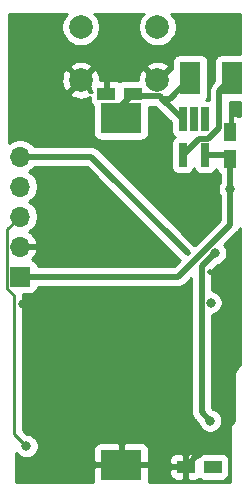
<source format=gbr>
G04 #@! TF.GenerationSoftware,KiCad,Pcbnew,(5.1.9)-1*
G04 #@! TF.CreationDate,2021-03-01T14:21:52+01:00*
G04 #@! TF.ProjectId,button_v1.2.2_Coin_Cell,62757474-6f6e-45f7-9631-2e322e325f43,rev?*
G04 #@! TF.SameCoordinates,Original*
G04 #@! TF.FileFunction,Copper,L2,Bot*
G04 #@! TF.FilePolarity,Positive*
%FSLAX46Y46*%
G04 Gerber Fmt 4.6, Leading zero omitted, Abs format (unit mm)*
G04 Created by KiCad (PCBNEW (5.1.9)-1) date 2021-03-01 14:21:52*
%MOMM*%
%LPD*%
G01*
G04 APERTURE LIST*
G04 #@! TA.AperFunction,SMDPad,CuDef*
%ADD10R,1.500000X1.100000*%
G04 #@! TD*
G04 #@! TA.AperFunction,SMDPad,CuDef*
%ADD11R,1.100000X1.500000*%
G04 #@! TD*
G04 #@! TA.AperFunction,SMDPad,CuDef*
%ADD12R,0.650000X2.000000*%
G04 #@! TD*
G04 #@! TA.AperFunction,SMDPad,CuDef*
%ADD13C,0.150000*%
G04 #@! TD*
G04 #@! TA.AperFunction,ComponentPad*
%ADD14C,2.000000*%
G04 #@! TD*
G04 #@! TA.AperFunction,ComponentPad*
%ADD15O,1.700000X1.700000*%
G04 #@! TD*
G04 #@! TA.AperFunction,ComponentPad*
%ADD16R,1.700000X1.700000*%
G04 #@! TD*
G04 #@! TA.AperFunction,SMDPad,CuDef*
%ADD17R,3.510000X2.540000*%
G04 #@! TD*
G04 #@! TA.AperFunction,SMDPad,CuDef*
%ADD18R,1.778000X2.794000*%
G04 #@! TD*
G04 #@! TA.AperFunction,ViaPad*
%ADD19C,0.800000*%
G04 #@! TD*
G04 #@! TA.AperFunction,ViaPad*
%ADD20C,0.500000*%
G04 #@! TD*
G04 #@! TA.AperFunction,Conductor*
%ADD21C,0.500000*%
G04 #@! TD*
G04 #@! TA.AperFunction,Conductor*
%ADD22C,0.250000*%
G04 #@! TD*
G04 #@! TA.AperFunction,Conductor*
%ADD23C,0.254000*%
G04 #@! TD*
G04 #@! TA.AperFunction,Conductor*
%ADD24C,0.150000*%
G04 #@! TD*
G04 APERTURE END LIST*
D10*
G04 #@! TO.P,C1,2*
G04 #@! TO.N,Net-(BT1-Pad1)*
X126820000Y-62010000D03*
G04 #@! TO.P,C1,1*
G04 #@! TO.N,/GND*
X124520000Y-62010000D03*
G04 #@! TD*
D11*
G04 #@! TO.P,C3,2*
G04 #@! TO.N,/GND*
X135000000Y-65250000D03*
G04 #@! TO.P,C3,1*
G04 #@! TO.N,/VCC*
X135000000Y-67550000D03*
G04 #@! TD*
D10*
G04 #@! TO.P,C2,2*
G04 #@! TO.N,/RST*
X133534800Y-93599000D03*
G04 #@! TO.P,C2,1*
G04 #@! TO.N,/GND*
X131234800Y-93599000D03*
G04 #@! TD*
D12*
G04 #@! TO.P,U1,5*
G04 #@! TO.N,Net-(L1-Pad2)*
X130980000Y-67220000D03*
G04 #@! TO.P,U1,4*
G04 #@! TO.N,/VCC*
X132880000Y-67220000D03*
G04 #@! TO.P,U1,3*
G04 #@! TO.N,Net-(R7-Pad2)*
X132880000Y-64170000D03*
G04 #@! TA.AperFunction,SMDPad,CuDef*
D13*
G04 #@! TO.P,U1,2*
G04 #@! TO.N,/GND*
G36*
X131605000Y-63170000D02*
G01*
X132255000Y-63170000D01*
X132255000Y-65170000D01*
X131605000Y-65170000D01*
X131605000Y-63170000D01*
G37*
G04 #@! TD.AperFunction*
D12*
G04 #@! TO.P,U1,1*
G04 #@! TO.N,Net-(BT1-Pad1)*
X130980000Y-64170000D03*
G04 #@! TD*
D14*
G04 #@! TO.P,SW1,1*
G04 #@! TO.N,/RST*
X128850000Y-56380000D03*
G04 #@! TO.P,SW1,2*
G04 #@! TO.N,/GND*
X128850000Y-60880000D03*
G04 #@! TO.P,SW1,1*
G04 #@! TO.N,/RST*
X122350000Y-56380000D03*
G04 #@! TO.P,SW1,2*
G04 #@! TO.N,/GND*
X122350000Y-60880000D03*
G04 #@! TD*
D15*
G04 #@! TO.P,J1,5*
G04 #@! TO.N,/RST*
X117220000Y-67340000D03*
G04 #@! TO.P,J1,4*
G04 #@! TO.N,/TX*
X117220000Y-69880000D03*
G04 #@! TO.P,J1,3*
G04 #@! TO.N,/RX*
X117220000Y-72420000D03*
G04 #@! TO.P,J1,2*
G04 #@! TO.N,/GND*
X117220000Y-74960000D03*
D16*
G04 #@! TO.P,J1,1*
G04 #@! TO.N,/VCC*
X117220000Y-77500000D03*
G04 #@! TD*
D17*
G04 #@! TO.P,BT1,2*
G04 #@! TO.N,/GND*
X125780800Y-93444200D03*
G04 #@! TO.P,BT1,1*
G04 #@! TO.N,Net-(BT1-Pad1)*
X125780800Y-64084200D03*
G04 #@! TD*
D18*
G04 #@! TO.P,L1,1*
G04 #@! TO.N,Net-(BT1-Pad1)*
X131632000Y-60690000D03*
G04 #@! TO.P,L1,2*
G04 #@! TO.N,Net-(L1-Pad2)*
X135188000Y-60690000D03*
G04 #@! TD*
D19*
G04 #@! TO.N,/VCC*
X135000000Y-70100000D03*
X133350010Y-79709210D03*
D20*
G04 #@! TO.N,/GND*
X134200000Y-77100000D03*
D19*
X123500000Y-73100000D03*
X118600000Y-79700000D03*
X117500000Y-79800000D03*
X120200000Y-71100000D03*
X124900000Y-94000000D03*
X126800000Y-94000000D03*
X126700000Y-92700000D03*
X124700000Y-92800000D03*
D20*
X131700000Y-70700000D03*
X131800000Y-69700000D03*
X135100000Y-65300000D03*
X131900000Y-64300000D03*
X125200000Y-70700000D03*
X133300000Y-77100000D03*
X130100000Y-76500000D03*
D19*
G04 #@! TO.N,/RST*
X133300000Y-93700000D03*
D20*
X131400000Y-75500000D03*
D19*
G04 #@! TO.N,/RX*
X117750000Y-91850000D03*
G04 #@! TO.N,/EN*
X133700000Y-75500000D03*
X133300000Y-89700000D03*
G04 #@! TO.N,Net-(BT1-Pad1)*
X126800000Y-64600000D03*
X126700000Y-63400000D03*
X124700000Y-63400000D03*
X124600000Y-64700000D03*
D20*
G04 #@! TO.N,Net-(R7-Pad2)*
X132900000Y-64300000D03*
G04 #@! TD*
D21*
G04 #@! TO.N,/VCC*
X134670000Y-67220000D02*
X135000000Y-67550000D01*
X132880000Y-67220000D02*
X134670000Y-67220000D01*
X135000000Y-67550000D02*
X135000000Y-69500000D01*
X135000000Y-69500000D02*
X135000000Y-70100000D01*
X135000000Y-70100000D02*
X135000000Y-70100000D01*
X117220000Y-77500000D02*
X130600000Y-77500000D01*
X135000000Y-73100000D02*
X135000000Y-70100000D01*
X130600000Y-77500000D02*
X135000000Y-73100000D01*
G04 #@! TO.N,/GND*
X125200000Y-71400000D02*
X123500000Y-73100000D01*
X125200000Y-70700000D02*
X125200000Y-71400000D01*
X123500000Y-73100000D02*
X126400000Y-73100000D01*
X126400000Y-73100000D02*
X129800000Y-76500000D01*
X132134801Y-92698999D02*
X132301001Y-92698999D01*
X131234800Y-93599000D02*
X132134801Y-92698999D01*
X135235990Y-78135990D02*
X134200000Y-77100000D01*
X135235990Y-89764010D02*
X135235990Y-78135990D01*
X132301001Y-92698999D02*
X135235990Y-89764010D01*
X129800000Y-76500000D02*
X130100000Y-76500000D01*
X130100000Y-76500000D02*
X130100000Y-76500000D01*
G04 #@! TO.N,/RST*
X117220000Y-67340000D02*
X123240000Y-67340000D01*
X123240000Y-67340000D02*
X131400000Y-75500000D01*
X131400000Y-75500000D02*
X131400000Y-75500000D01*
D22*
G04 #@! TO.N,/RX*
X116144999Y-78530001D02*
X116700000Y-79085002D01*
X116144999Y-73495001D02*
X116144999Y-78530001D01*
X117220000Y-72420000D02*
X116144999Y-73495001D01*
X116700000Y-79085002D02*
X116700000Y-90800000D01*
X116700000Y-90800000D02*
X117750000Y-91850000D01*
X117750000Y-91850000D02*
X117800000Y-91900000D01*
D21*
G04 #@! TO.N,/EN*
X133700000Y-75500000D02*
X132600000Y-76600000D01*
X132600000Y-76600000D02*
X132600000Y-89000000D01*
X132600000Y-89000000D02*
X133300000Y-89700000D01*
X133300000Y-89700000D02*
X133300000Y-89700000D01*
G04 #@! TO.N,Net-(BT1-Pad1)*
X125780800Y-63049200D02*
X126820000Y-62010000D01*
X125780800Y-64084200D02*
X125780800Y-63049200D01*
X127040001Y-62230001D02*
X129040001Y-62230001D01*
X126820000Y-62010000D02*
X127040001Y-62230001D01*
X129877000Y-62445000D02*
X131632000Y-60690000D01*
X129255000Y-62445000D02*
X129877000Y-62445000D01*
X129040001Y-62230001D02*
X129255000Y-62445000D01*
X129255000Y-62445000D02*
X130980000Y-64170000D01*
G04 #@! TO.N,Net-(L1-Pad2)*
X132330001Y-65869999D02*
X130980000Y-67220000D01*
X133135003Y-65869999D02*
X132330001Y-65869999D01*
X134099999Y-64905003D02*
X133135003Y-65869999D01*
X134099999Y-61778001D02*
X134099999Y-64905003D01*
X135188000Y-60690000D02*
X134099999Y-61778001D01*
G04 #@! TD*
D23*
G04 #@! TO.N,/GND*
X131107798Y-94742000D02*
X130991050Y-94742000D01*
X131107798Y-94625252D01*
X131107798Y-94742000D01*
G04 #@! TA.AperFunction,Conductor*
D24*
G36*
X131107798Y-94742000D02*
G01*
X130991050Y-94742000D01*
X131107798Y-94625252D01*
X131107798Y-94742000D01*
G37*
G04 #@! TD.AperFunction*
D23*
X131953000Y-92411138D02*
X131520550Y-92414000D01*
X131361800Y-92572750D01*
X131361800Y-93472000D01*
X131381800Y-93472000D01*
X131381800Y-93726000D01*
X131361800Y-93726000D01*
X131361800Y-93746000D01*
X131107800Y-93746000D01*
X131107800Y-93726000D01*
X130008550Y-93726000D01*
X129849800Y-93884750D01*
X129846728Y-94149000D01*
X129858988Y-94273482D01*
X129895298Y-94393180D01*
X129954263Y-94503494D01*
X130033615Y-94600185D01*
X130130306Y-94679537D01*
X130240620Y-94738502D01*
X130252151Y-94742000D01*
X128171134Y-94742000D01*
X128173872Y-94714200D01*
X128170800Y-93729950D01*
X128012050Y-93571200D01*
X125907800Y-93571200D01*
X125907800Y-93591200D01*
X125653800Y-93591200D01*
X125653800Y-93571200D01*
X125633800Y-93571200D01*
X125633800Y-93317200D01*
X125653800Y-93317200D01*
X125653800Y-93297200D01*
X125907800Y-93297200D01*
X125907800Y-93317200D01*
X128012050Y-93317200D01*
X128170800Y-93158450D01*
X128171141Y-93049000D01*
X129846728Y-93049000D01*
X129849800Y-93313250D01*
X130008550Y-93472000D01*
X131107800Y-93472000D01*
X131107800Y-92572750D01*
X130949050Y-92414000D01*
X130484800Y-92410928D01*
X130360318Y-92423188D01*
X130240620Y-92459498D01*
X130130306Y-92518463D01*
X130033615Y-92597815D01*
X129954263Y-92694506D01*
X129895298Y-92804820D01*
X129858988Y-92924518D01*
X129846728Y-93049000D01*
X128171141Y-93049000D01*
X128173785Y-92202000D01*
X131953000Y-92202000D01*
X131953000Y-92411138D01*
G04 #@! TA.AperFunction,Conductor*
D24*
G36*
X131953000Y-92411138D02*
G01*
X131520550Y-92414000D01*
X131361800Y-92572750D01*
X131361800Y-93472000D01*
X131381800Y-93472000D01*
X131381800Y-93726000D01*
X131361800Y-93726000D01*
X131361800Y-93746000D01*
X131107800Y-93746000D01*
X131107800Y-93726000D01*
X130008550Y-93726000D01*
X129849800Y-93884750D01*
X129846728Y-94149000D01*
X129858988Y-94273482D01*
X129895298Y-94393180D01*
X129954263Y-94503494D01*
X130033615Y-94600185D01*
X130130306Y-94679537D01*
X130240620Y-94738502D01*
X130252151Y-94742000D01*
X128171134Y-94742000D01*
X128173872Y-94714200D01*
X128170800Y-93729950D01*
X128012050Y-93571200D01*
X125907800Y-93571200D01*
X125907800Y-93591200D01*
X125653800Y-93591200D01*
X125653800Y-93571200D01*
X125633800Y-93571200D01*
X125633800Y-93317200D01*
X125653800Y-93317200D01*
X125653800Y-93297200D01*
X125907800Y-93297200D01*
X125907800Y-93317200D01*
X128012050Y-93317200D01*
X128170800Y-93158450D01*
X128171141Y-93049000D01*
X129846728Y-93049000D01*
X129849800Y-93313250D01*
X130008550Y-93472000D01*
X131107800Y-93472000D01*
X131107800Y-92572750D01*
X130949050Y-92414000D01*
X130484800Y-92410928D01*
X130360318Y-92423188D01*
X130240620Y-92459498D01*
X130130306Y-92518463D01*
X130033615Y-92597815D01*
X129954263Y-92694506D01*
X129895298Y-92804820D01*
X129858988Y-92924518D01*
X129846728Y-93049000D01*
X128171141Y-93049000D01*
X128173785Y-92202000D01*
X131953000Y-92202000D01*
X131953000Y-92411138D01*
G37*
G04 #@! TD.AperFunction*
D23*
X131478550Y-94742000D02*
X131361802Y-94742000D01*
X131361802Y-94625252D01*
X131478550Y-94742000D01*
G04 #@! TA.AperFunction,Conductor*
D24*
G36*
X131478550Y-94742000D02*
G01*
X131361802Y-94742000D01*
X131361802Y-94625252D01*
X131478550Y-94742000D01*
G37*
G04 #@! TD.AperFunction*
G04 #@! TD*
D23*
G04 #@! TO.N,/GND*
X135840001Y-78071344D02*
X135840000Y-78071354D01*
X135840001Y-80611344D01*
X135840000Y-80611354D01*
X135840001Y-84917666D01*
X135200464Y-85831291D01*
X135149289Y-85873290D01*
X135063688Y-85977594D01*
X135000081Y-86096595D01*
X134960912Y-86225718D01*
X134951000Y-86326354D01*
X134951001Y-94873000D01*
X128151202Y-94873000D01*
X128161612Y-94838682D01*
X128173872Y-94714200D01*
X128172108Y-94149000D01*
X129846728Y-94149000D01*
X129858988Y-94273482D01*
X129895298Y-94393180D01*
X129954263Y-94503494D01*
X130033615Y-94600185D01*
X130130306Y-94679537D01*
X130240620Y-94738502D01*
X130360318Y-94774812D01*
X130484800Y-94787072D01*
X130949050Y-94784000D01*
X131107800Y-94625250D01*
X131107800Y-93726000D01*
X130008550Y-93726000D01*
X129849800Y-93884750D01*
X129846728Y-94149000D01*
X128172108Y-94149000D01*
X128170800Y-93729950D01*
X128012050Y-93571200D01*
X125907800Y-93571200D01*
X125907800Y-93591200D01*
X125653800Y-93591200D01*
X125653800Y-93571200D01*
X123549550Y-93571200D01*
X123390800Y-93729950D01*
X123387728Y-94714200D01*
X123399988Y-94838682D01*
X123410398Y-94873000D01*
X116890000Y-94873000D01*
X116890000Y-92425870D01*
X116946063Y-92509774D01*
X117090226Y-92653937D01*
X117259744Y-92767205D01*
X117448102Y-92845226D01*
X117648061Y-92885000D01*
X117851939Y-92885000D01*
X118051898Y-92845226D01*
X118240256Y-92767205D01*
X118409774Y-92653937D01*
X118553937Y-92509774D01*
X118667205Y-92340256D01*
X118735988Y-92174200D01*
X123387728Y-92174200D01*
X123390800Y-93158450D01*
X123549550Y-93317200D01*
X125653800Y-93317200D01*
X125653800Y-91697950D01*
X125907800Y-91697950D01*
X125907800Y-93317200D01*
X128012050Y-93317200D01*
X128170800Y-93158450D01*
X128171141Y-93049000D01*
X129846728Y-93049000D01*
X129849800Y-93313250D01*
X130008550Y-93472000D01*
X131107800Y-93472000D01*
X131107800Y-92572750D01*
X131361800Y-92572750D01*
X131361800Y-93472000D01*
X131381800Y-93472000D01*
X131381800Y-93726000D01*
X131361800Y-93726000D01*
X131361800Y-94625250D01*
X131520550Y-94784000D01*
X131984800Y-94787072D01*
X132109282Y-94774812D01*
X132228980Y-94738502D01*
X132339294Y-94679537D01*
X132384800Y-94642191D01*
X132430306Y-94679537D01*
X132540620Y-94738502D01*
X132660318Y-94774812D01*
X132784800Y-94787072D01*
X134284800Y-94787072D01*
X134409282Y-94774812D01*
X134528980Y-94738502D01*
X134639294Y-94679537D01*
X134735985Y-94600185D01*
X134815337Y-94503494D01*
X134874302Y-94393180D01*
X134910612Y-94273482D01*
X134922872Y-94149000D01*
X134922872Y-93049000D01*
X134910612Y-92924518D01*
X134874302Y-92804820D01*
X134815337Y-92694506D01*
X134735985Y-92597815D01*
X134639294Y-92518463D01*
X134528980Y-92459498D01*
X134409282Y-92423188D01*
X134284800Y-92410928D01*
X132784800Y-92410928D01*
X132660318Y-92423188D01*
X132540620Y-92459498D01*
X132430306Y-92518463D01*
X132384800Y-92555809D01*
X132339294Y-92518463D01*
X132228980Y-92459498D01*
X132109282Y-92423188D01*
X131984800Y-92410928D01*
X131520550Y-92414000D01*
X131361800Y-92572750D01*
X131107800Y-92572750D01*
X130949050Y-92414000D01*
X130484800Y-92410928D01*
X130360318Y-92423188D01*
X130240620Y-92459498D01*
X130130306Y-92518463D01*
X130033615Y-92597815D01*
X129954263Y-92694506D01*
X129895298Y-92804820D01*
X129858988Y-92924518D01*
X129846728Y-93049000D01*
X128171141Y-93049000D01*
X128173872Y-92174200D01*
X128161612Y-92049718D01*
X128125302Y-91930020D01*
X128066337Y-91819706D01*
X127986985Y-91723015D01*
X127890294Y-91643663D01*
X127779980Y-91584698D01*
X127660282Y-91548388D01*
X127535800Y-91536128D01*
X126066550Y-91539200D01*
X125907800Y-91697950D01*
X125653800Y-91697950D01*
X125495050Y-91539200D01*
X124025800Y-91536128D01*
X123901318Y-91548388D01*
X123781620Y-91584698D01*
X123671306Y-91643663D01*
X123574615Y-91723015D01*
X123495263Y-91819706D01*
X123436298Y-91930020D01*
X123399988Y-92049718D01*
X123387728Y-92174200D01*
X118735988Y-92174200D01*
X118745226Y-92151898D01*
X118785000Y-91951939D01*
X118785000Y-91748061D01*
X118745226Y-91548102D01*
X118667205Y-91359744D01*
X118553937Y-91190226D01*
X118409774Y-91046063D01*
X118240256Y-90932795D01*
X118051898Y-90854774D01*
X117851939Y-90815000D01*
X117789802Y-90815000D01*
X117460000Y-90485199D01*
X117460000Y-79122325D01*
X117463676Y-79085002D01*
X117460000Y-79047679D01*
X117460000Y-79047669D01*
X117454130Y-78988072D01*
X118070000Y-78988072D01*
X118194482Y-78975812D01*
X118314180Y-78939502D01*
X118424494Y-78880537D01*
X118521185Y-78801185D01*
X118600537Y-78704494D01*
X118659502Y-78594180D01*
X118695812Y-78474482D01*
X118704625Y-78385000D01*
X130556531Y-78385000D01*
X130600000Y-78389281D01*
X130643469Y-78385000D01*
X130643477Y-78385000D01*
X130773490Y-78372195D01*
X130940313Y-78321589D01*
X131094059Y-78239411D01*
X131228817Y-78128817D01*
X131256534Y-78095044D01*
X131715000Y-77636578D01*
X131715001Y-88956521D01*
X131710719Y-89000000D01*
X131727805Y-89173490D01*
X131778412Y-89340313D01*
X131860590Y-89494059D01*
X131943468Y-89595046D01*
X131943471Y-89595049D01*
X131971184Y-89628817D01*
X132004951Y-89656529D01*
X132293465Y-89945043D01*
X132304774Y-90001898D01*
X132382795Y-90190256D01*
X132496063Y-90359774D01*
X132640226Y-90503937D01*
X132809744Y-90617205D01*
X132998102Y-90695226D01*
X133198061Y-90735000D01*
X133401939Y-90735000D01*
X133601898Y-90695226D01*
X133790256Y-90617205D01*
X133959774Y-90503937D01*
X134103937Y-90359774D01*
X134217205Y-90190256D01*
X134295226Y-90001898D01*
X134335000Y-89801939D01*
X134335000Y-89598061D01*
X134295226Y-89398102D01*
X134217205Y-89209744D01*
X134103937Y-89040226D01*
X133959774Y-88896063D01*
X133790256Y-88782795D01*
X133601898Y-88704774D01*
X133545043Y-88693465D01*
X133485000Y-88633422D01*
X133485000Y-80737636D01*
X133651908Y-80704436D01*
X133840266Y-80626415D01*
X134009784Y-80513147D01*
X134153947Y-80368984D01*
X134267215Y-80199466D01*
X134345236Y-80011108D01*
X134385010Y-79811149D01*
X134385010Y-79607271D01*
X134345236Y-79407312D01*
X134267215Y-79218954D01*
X134153947Y-79049436D01*
X134009784Y-78905273D01*
X133840266Y-78792005D01*
X133651908Y-78713984D01*
X133485000Y-78680784D01*
X133485000Y-76966578D01*
X133945044Y-76506535D01*
X134001898Y-76495226D01*
X134190256Y-76417205D01*
X134359774Y-76303937D01*
X134503937Y-76159774D01*
X134617205Y-75990256D01*
X134695226Y-75801898D01*
X134735000Y-75601939D01*
X134735000Y-75398061D01*
X134695226Y-75198102D01*
X134617205Y-75009744D01*
X134506907Y-74844671D01*
X135595050Y-73756528D01*
X135628817Y-73728817D01*
X135739411Y-73594059D01*
X135792358Y-73495001D01*
X135821589Y-73440314D01*
X135840001Y-73379619D01*
X135840001Y-78071344D01*
G04 #@! TA.AperFunction,Conductor*
D24*
G36*
X135840001Y-78071344D02*
G01*
X135840000Y-78071354D01*
X135840001Y-80611344D01*
X135840000Y-80611354D01*
X135840001Y-84917666D01*
X135200464Y-85831291D01*
X135149289Y-85873290D01*
X135063688Y-85977594D01*
X135000081Y-86096595D01*
X134960912Y-86225718D01*
X134951000Y-86326354D01*
X134951001Y-94873000D01*
X128151202Y-94873000D01*
X128161612Y-94838682D01*
X128173872Y-94714200D01*
X128172108Y-94149000D01*
X129846728Y-94149000D01*
X129858988Y-94273482D01*
X129895298Y-94393180D01*
X129954263Y-94503494D01*
X130033615Y-94600185D01*
X130130306Y-94679537D01*
X130240620Y-94738502D01*
X130360318Y-94774812D01*
X130484800Y-94787072D01*
X130949050Y-94784000D01*
X131107800Y-94625250D01*
X131107800Y-93726000D01*
X130008550Y-93726000D01*
X129849800Y-93884750D01*
X129846728Y-94149000D01*
X128172108Y-94149000D01*
X128170800Y-93729950D01*
X128012050Y-93571200D01*
X125907800Y-93571200D01*
X125907800Y-93591200D01*
X125653800Y-93591200D01*
X125653800Y-93571200D01*
X123549550Y-93571200D01*
X123390800Y-93729950D01*
X123387728Y-94714200D01*
X123399988Y-94838682D01*
X123410398Y-94873000D01*
X116890000Y-94873000D01*
X116890000Y-92425870D01*
X116946063Y-92509774D01*
X117090226Y-92653937D01*
X117259744Y-92767205D01*
X117448102Y-92845226D01*
X117648061Y-92885000D01*
X117851939Y-92885000D01*
X118051898Y-92845226D01*
X118240256Y-92767205D01*
X118409774Y-92653937D01*
X118553937Y-92509774D01*
X118667205Y-92340256D01*
X118735988Y-92174200D01*
X123387728Y-92174200D01*
X123390800Y-93158450D01*
X123549550Y-93317200D01*
X125653800Y-93317200D01*
X125653800Y-91697950D01*
X125907800Y-91697950D01*
X125907800Y-93317200D01*
X128012050Y-93317200D01*
X128170800Y-93158450D01*
X128171141Y-93049000D01*
X129846728Y-93049000D01*
X129849800Y-93313250D01*
X130008550Y-93472000D01*
X131107800Y-93472000D01*
X131107800Y-92572750D01*
X131361800Y-92572750D01*
X131361800Y-93472000D01*
X131381800Y-93472000D01*
X131381800Y-93726000D01*
X131361800Y-93726000D01*
X131361800Y-94625250D01*
X131520550Y-94784000D01*
X131984800Y-94787072D01*
X132109282Y-94774812D01*
X132228980Y-94738502D01*
X132339294Y-94679537D01*
X132384800Y-94642191D01*
X132430306Y-94679537D01*
X132540620Y-94738502D01*
X132660318Y-94774812D01*
X132784800Y-94787072D01*
X134284800Y-94787072D01*
X134409282Y-94774812D01*
X134528980Y-94738502D01*
X134639294Y-94679537D01*
X134735985Y-94600185D01*
X134815337Y-94503494D01*
X134874302Y-94393180D01*
X134910612Y-94273482D01*
X134922872Y-94149000D01*
X134922872Y-93049000D01*
X134910612Y-92924518D01*
X134874302Y-92804820D01*
X134815337Y-92694506D01*
X134735985Y-92597815D01*
X134639294Y-92518463D01*
X134528980Y-92459498D01*
X134409282Y-92423188D01*
X134284800Y-92410928D01*
X132784800Y-92410928D01*
X132660318Y-92423188D01*
X132540620Y-92459498D01*
X132430306Y-92518463D01*
X132384800Y-92555809D01*
X132339294Y-92518463D01*
X132228980Y-92459498D01*
X132109282Y-92423188D01*
X131984800Y-92410928D01*
X131520550Y-92414000D01*
X131361800Y-92572750D01*
X131107800Y-92572750D01*
X130949050Y-92414000D01*
X130484800Y-92410928D01*
X130360318Y-92423188D01*
X130240620Y-92459498D01*
X130130306Y-92518463D01*
X130033615Y-92597815D01*
X129954263Y-92694506D01*
X129895298Y-92804820D01*
X129858988Y-92924518D01*
X129846728Y-93049000D01*
X128171141Y-93049000D01*
X128173872Y-92174200D01*
X128161612Y-92049718D01*
X128125302Y-91930020D01*
X128066337Y-91819706D01*
X127986985Y-91723015D01*
X127890294Y-91643663D01*
X127779980Y-91584698D01*
X127660282Y-91548388D01*
X127535800Y-91536128D01*
X126066550Y-91539200D01*
X125907800Y-91697950D01*
X125653800Y-91697950D01*
X125495050Y-91539200D01*
X124025800Y-91536128D01*
X123901318Y-91548388D01*
X123781620Y-91584698D01*
X123671306Y-91643663D01*
X123574615Y-91723015D01*
X123495263Y-91819706D01*
X123436298Y-91930020D01*
X123399988Y-92049718D01*
X123387728Y-92174200D01*
X118735988Y-92174200D01*
X118745226Y-92151898D01*
X118785000Y-91951939D01*
X118785000Y-91748061D01*
X118745226Y-91548102D01*
X118667205Y-91359744D01*
X118553937Y-91190226D01*
X118409774Y-91046063D01*
X118240256Y-90932795D01*
X118051898Y-90854774D01*
X117851939Y-90815000D01*
X117789802Y-90815000D01*
X117460000Y-90485199D01*
X117460000Y-79122325D01*
X117463676Y-79085002D01*
X117460000Y-79047679D01*
X117460000Y-79047669D01*
X117454130Y-78988072D01*
X118070000Y-78988072D01*
X118194482Y-78975812D01*
X118314180Y-78939502D01*
X118424494Y-78880537D01*
X118521185Y-78801185D01*
X118600537Y-78704494D01*
X118659502Y-78594180D01*
X118695812Y-78474482D01*
X118704625Y-78385000D01*
X130556531Y-78385000D01*
X130600000Y-78389281D01*
X130643469Y-78385000D01*
X130643477Y-78385000D01*
X130773490Y-78372195D01*
X130940313Y-78321589D01*
X131094059Y-78239411D01*
X131228817Y-78128817D01*
X131256534Y-78095044D01*
X131715000Y-77636578D01*
X131715001Y-88956521D01*
X131710719Y-89000000D01*
X131727805Y-89173490D01*
X131778412Y-89340313D01*
X131860590Y-89494059D01*
X131943468Y-89595046D01*
X131943471Y-89595049D01*
X131971184Y-89628817D01*
X132004951Y-89656529D01*
X132293465Y-89945043D01*
X132304774Y-90001898D01*
X132382795Y-90190256D01*
X132496063Y-90359774D01*
X132640226Y-90503937D01*
X132809744Y-90617205D01*
X132998102Y-90695226D01*
X133198061Y-90735000D01*
X133401939Y-90735000D01*
X133601898Y-90695226D01*
X133790256Y-90617205D01*
X133959774Y-90503937D01*
X134103937Y-90359774D01*
X134217205Y-90190256D01*
X134295226Y-90001898D01*
X134335000Y-89801939D01*
X134335000Y-89598061D01*
X134295226Y-89398102D01*
X134217205Y-89209744D01*
X134103937Y-89040226D01*
X133959774Y-88896063D01*
X133790256Y-88782795D01*
X133601898Y-88704774D01*
X133545043Y-88693465D01*
X133485000Y-88633422D01*
X133485000Y-80737636D01*
X133651908Y-80704436D01*
X133840266Y-80626415D01*
X134009784Y-80513147D01*
X134153947Y-80368984D01*
X134267215Y-80199466D01*
X134345236Y-80011108D01*
X134385010Y-79811149D01*
X134385010Y-79607271D01*
X134345236Y-79407312D01*
X134267215Y-79218954D01*
X134153947Y-79049436D01*
X134009784Y-78905273D01*
X133840266Y-78792005D01*
X133651908Y-78713984D01*
X133485000Y-78680784D01*
X133485000Y-76966578D01*
X133945044Y-76506535D01*
X134001898Y-76495226D01*
X134190256Y-76417205D01*
X134359774Y-76303937D01*
X134503937Y-76159774D01*
X134617205Y-75990256D01*
X134695226Y-75801898D01*
X134735000Y-75601939D01*
X134735000Y-75398061D01*
X134695226Y-75198102D01*
X134617205Y-75009744D01*
X134506907Y-74844671D01*
X135595050Y-73756528D01*
X135628817Y-73728817D01*
X135739411Y-73594059D01*
X135792358Y-73495001D01*
X135821589Y-73440314D01*
X135840001Y-73379619D01*
X135840001Y-78071344D01*
G37*
G04 #@! TD.AperFunction*
D23*
X130712576Y-76064155D02*
X130743468Y-76095047D01*
X130747934Y-76100488D01*
X130233422Y-76615000D01*
X118704625Y-76615000D01*
X118695812Y-76525518D01*
X118659502Y-76405820D01*
X118600537Y-76295506D01*
X118521185Y-76198815D01*
X118424494Y-76119463D01*
X118314180Y-76060498D01*
X118233534Y-76036034D01*
X118317588Y-75960269D01*
X118491641Y-75726920D01*
X118616825Y-75464099D01*
X118661476Y-75316890D01*
X118540155Y-75087000D01*
X117347000Y-75087000D01*
X117347000Y-75107000D01*
X117093000Y-75107000D01*
X117093000Y-75087000D01*
X117073000Y-75087000D01*
X117073000Y-74833000D01*
X117093000Y-74833000D01*
X117093000Y-74813000D01*
X117347000Y-74813000D01*
X117347000Y-74833000D01*
X118540155Y-74833000D01*
X118661476Y-74603110D01*
X118616825Y-74455901D01*
X118491641Y-74193080D01*
X118317588Y-73959731D01*
X118101355Y-73764822D01*
X117984466Y-73695195D01*
X118166632Y-73573475D01*
X118373475Y-73366632D01*
X118535990Y-73123411D01*
X118647932Y-72853158D01*
X118705000Y-72566260D01*
X118705000Y-72273740D01*
X118647932Y-71986842D01*
X118535990Y-71716589D01*
X118373475Y-71473368D01*
X118166632Y-71266525D01*
X117992240Y-71150000D01*
X118166632Y-71033475D01*
X118373475Y-70826632D01*
X118535990Y-70583411D01*
X118647932Y-70313158D01*
X118705000Y-70026260D01*
X118705000Y-69733740D01*
X118647932Y-69446842D01*
X118535990Y-69176589D01*
X118373475Y-68933368D01*
X118166632Y-68726525D01*
X117992240Y-68610000D01*
X118166632Y-68493475D01*
X118373475Y-68286632D01*
X118414656Y-68225000D01*
X122873422Y-68225000D01*
X130712576Y-76064155D01*
G04 #@! TA.AperFunction,Conductor*
D24*
G36*
X130712576Y-76064155D02*
G01*
X130743468Y-76095047D01*
X130747934Y-76100488D01*
X130233422Y-76615000D01*
X118704625Y-76615000D01*
X118695812Y-76525518D01*
X118659502Y-76405820D01*
X118600537Y-76295506D01*
X118521185Y-76198815D01*
X118424494Y-76119463D01*
X118314180Y-76060498D01*
X118233534Y-76036034D01*
X118317588Y-75960269D01*
X118491641Y-75726920D01*
X118616825Y-75464099D01*
X118661476Y-75316890D01*
X118540155Y-75087000D01*
X117347000Y-75087000D01*
X117347000Y-75107000D01*
X117093000Y-75107000D01*
X117093000Y-75087000D01*
X117073000Y-75087000D01*
X117073000Y-74833000D01*
X117093000Y-74833000D01*
X117093000Y-74813000D01*
X117347000Y-74813000D01*
X117347000Y-74833000D01*
X118540155Y-74833000D01*
X118661476Y-74603110D01*
X118616825Y-74455901D01*
X118491641Y-74193080D01*
X118317588Y-73959731D01*
X118101355Y-73764822D01*
X117984466Y-73695195D01*
X118166632Y-73573475D01*
X118373475Y-73366632D01*
X118535990Y-73123411D01*
X118647932Y-72853158D01*
X118705000Y-72566260D01*
X118705000Y-72273740D01*
X118647932Y-71986842D01*
X118535990Y-71716589D01*
X118373475Y-71473368D01*
X118166632Y-71266525D01*
X117992240Y-71150000D01*
X118166632Y-71033475D01*
X118373475Y-70826632D01*
X118535990Y-70583411D01*
X118647932Y-70313158D01*
X118705000Y-70026260D01*
X118705000Y-69733740D01*
X118647932Y-69446842D01*
X118535990Y-69176589D01*
X118373475Y-68933368D01*
X118166632Y-68726525D01*
X117992240Y-68610000D01*
X118166632Y-68493475D01*
X118373475Y-68286632D01*
X118414656Y-68225000D01*
X122873422Y-68225000D01*
X130712576Y-76064155D01*
G37*
G04 #@! TD.AperFunction*
D23*
X121080013Y-55337748D02*
X120901082Y-55605537D01*
X120777832Y-55903088D01*
X120715000Y-56218967D01*
X120715000Y-56541033D01*
X120777832Y-56856912D01*
X120901082Y-57154463D01*
X121080013Y-57422252D01*
X121307748Y-57649987D01*
X121575537Y-57828918D01*
X121873088Y-57952168D01*
X122188967Y-58015000D01*
X122511033Y-58015000D01*
X122826912Y-57952168D01*
X123124463Y-57828918D01*
X123392252Y-57649987D01*
X123619987Y-57422252D01*
X123798918Y-57154463D01*
X123922168Y-56856912D01*
X123985000Y-56541033D01*
X123985000Y-56218967D01*
X123922168Y-55903088D01*
X123798918Y-55605537D01*
X123619987Y-55337748D01*
X123513739Y-55231500D01*
X127686261Y-55231500D01*
X127580013Y-55337748D01*
X127401082Y-55605537D01*
X127277832Y-55903088D01*
X127215000Y-56218967D01*
X127215000Y-56541033D01*
X127277832Y-56856912D01*
X127401082Y-57154463D01*
X127580013Y-57422252D01*
X127807748Y-57649987D01*
X128075537Y-57828918D01*
X128373088Y-57952168D01*
X128688967Y-58015000D01*
X129011033Y-58015000D01*
X129326912Y-57952168D01*
X129624463Y-57828918D01*
X129892252Y-57649987D01*
X130119987Y-57422252D01*
X130298918Y-57154463D01*
X130422168Y-56856912D01*
X130485000Y-56541033D01*
X130485000Y-56218967D01*
X130422168Y-55903088D01*
X130298918Y-55605537D01*
X130119987Y-55337748D01*
X130013739Y-55231500D01*
X135840000Y-55231500D01*
X135840000Y-58654928D01*
X134299000Y-58654928D01*
X134174518Y-58667188D01*
X134054820Y-58703498D01*
X133944506Y-58762463D01*
X133847815Y-58841815D01*
X133768463Y-58938506D01*
X133709498Y-59048820D01*
X133673188Y-59168518D01*
X133660928Y-59293000D01*
X133660928Y-60965494D01*
X133504955Y-61121467D01*
X133471182Y-61149184D01*
X133360588Y-61283943D01*
X133278410Y-61437689D01*
X133262362Y-61490591D01*
X133228814Y-61601184D01*
X133227804Y-61604512D01*
X133214999Y-61734525D01*
X133214999Y-61734532D01*
X133210718Y-61778001D01*
X133214999Y-61821470D01*
X133214999Y-62532913D01*
X133205000Y-62531928D01*
X132977320Y-62531928D01*
X133051537Y-62441494D01*
X133110502Y-62331180D01*
X133146812Y-62211482D01*
X133159072Y-62087000D01*
X133159072Y-59293000D01*
X133146812Y-59168518D01*
X133110502Y-59048820D01*
X133051537Y-58938506D01*
X132972185Y-58841815D01*
X132875494Y-58762463D01*
X132765180Y-58703498D01*
X132645482Y-58667188D01*
X132521000Y-58654928D01*
X130743000Y-58654928D01*
X130618518Y-58667188D01*
X130498820Y-58703498D01*
X130388506Y-58762463D01*
X130291815Y-58841815D01*
X130212463Y-58938506D01*
X130153498Y-59048820D01*
X130117188Y-59168518D01*
X130104928Y-59293000D01*
X130104928Y-59967479D01*
X129985413Y-59924192D01*
X129029605Y-60880000D01*
X129043748Y-60894143D01*
X128864143Y-61073748D01*
X128850000Y-61059605D01*
X128835858Y-61073748D01*
X128656253Y-60894143D01*
X128670395Y-60880000D01*
X127714587Y-59924192D01*
X127450186Y-60019956D01*
X127309296Y-60309571D01*
X127227616Y-60621108D01*
X127215539Y-60821928D01*
X126070000Y-60821928D01*
X125945518Y-60834188D01*
X125825820Y-60870498D01*
X125715506Y-60929463D01*
X125670000Y-60966809D01*
X125624494Y-60929463D01*
X125514180Y-60870498D01*
X125394482Y-60834188D01*
X125270000Y-60821928D01*
X124805750Y-60825000D01*
X124647000Y-60983750D01*
X124647000Y-61883000D01*
X124667000Y-61883000D01*
X124667000Y-62137000D01*
X124647000Y-62137000D01*
X124647000Y-62157000D01*
X124393000Y-62157000D01*
X124393000Y-62137000D01*
X124373000Y-62137000D01*
X124373000Y-61883000D01*
X124393000Y-61883000D01*
X124393000Y-60983750D01*
X124234250Y-60825000D01*
X123991358Y-60823393D01*
X123991718Y-60817405D01*
X123947961Y-60498325D01*
X123842795Y-60193912D01*
X123749814Y-60019956D01*
X123485413Y-59924192D01*
X122529605Y-60880000D01*
X123132191Y-61482586D01*
X123135000Y-61724250D01*
X123293748Y-61882998D01*
X123173393Y-61882998D01*
X122350000Y-61059605D01*
X121394192Y-62015413D01*
X121489956Y-62279814D01*
X121779571Y-62420704D01*
X122091108Y-62502384D01*
X122412595Y-62521718D01*
X122731675Y-62477961D01*
X123036088Y-62372795D01*
X123134717Y-62320077D01*
X123131928Y-62560000D01*
X123144188Y-62684482D01*
X123180498Y-62804180D01*
X123239463Y-62914494D01*
X123318815Y-63011185D01*
X123387728Y-63067740D01*
X123387728Y-65354200D01*
X123399988Y-65478682D01*
X123436298Y-65598380D01*
X123495263Y-65708694D01*
X123574615Y-65805385D01*
X123671306Y-65884737D01*
X123781620Y-65943702D01*
X123901318Y-65980012D01*
X124025800Y-65992272D01*
X127535800Y-65992272D01*
X127660282Y-65980012D01*
X127779980Y-65943702D01*
X127890294Y-65884737D01*
X127986985Y-65805385D01*
X128066337Y-65708694D01*
X128125302Y-65598380D01*
X128161612Y-65478682D01*
X128173872Y-65354200D01*
X128173872Y-63115001D01*
X128673423Y-63115001D01*
X130016928Y-64458507D01*
X130016928Y-65170000D01*
X130029188Y-65294482D01*
X130065498Y-65414180D01*
X130124463Y-65524494D01*
X130203815Y-65621185D01*
X130293759Y-65695000D01*
X130203815Y-65768815D01*
X130124463Y-65865506D01*
X130065498Y-65975820D01*
X130029188Y-66095518D01*
X130016928Y-66220000D01*
X130016928Y-68220000D01*
X130029188Y-68344482D01*
X130065498Y-68464180D01*
X130124463Y-68574494D01*
X130203815Y-68671185D01*
X130300506Y-68750537D01*
X130410820Y-68809502D01*
X130530518Y-68845812D01*
X130655000Y-68858072D01*
X131305000Y-68858072D01*
X131429482Y-68845812D01*
X131549180Y-68809502D01*
X131659494Y-68750537D01*
X131756185Y-68671185D01*
X131835537Y-68574494D01*
X131894502Y-68464180D01*
X131930000Y-68347159D01*
X131965498Y-68464180D01*
X132024463Y-68574494D01*
X132103815Y-68671185D01*
X132200506Y-68750537D01*
X132310820Y-68809502D01*
X132430518Y-68845812D01*
X132555000Y-68858072D01*
X133205000Y-68858072D01*
X133329482Y-68845812D01*
X133449180Y-68809502D01*
X133559494Y-68750537D01*
X133656185Y-68671185D01*
X133735537Y-68574494D01*
X133794502Y-68464180D01*
X133819864Y-68380574D01*
X133824188Y-68424482D01*
X133860498Y-68544180D01*
X133919463Y-68654494D01*
X133998815Y-68751185D01*
X134095506Y-68830537D01*
X134115001Y-68840957D01*
X134115001Y-69456514D01*
X134115000Y-69456524D01*
X134115000Y-69561546D01*
X134082795Y-69609744D01*
X134004774Y-69798102D01*
X133965000Y-69998061D01*
X133965000Y-70201939D01*
X134004774Y-70401898D01*
X134082795Y-70590256D01*
X134115001Y-70638456D01*
X134115000Y-72733421D01*
X132000488Y-74847934D01*
X131995049Y-74843470D01*
X131964155Y-74812576D01*
X123896534Y-66744956D01*
X123868817Y-66711183D01*
X123734059Y-66600589D01*
X123580313Y-66518411D01*
X123413490Y-66467805D01*
X123283477Y-66455000D01*
X123283469Y-66455000D01*
X123240000Y-66450719D01*
X123196531Y-66455000D01*
X118414656Y-66455000D01*
X118373475Y-66393368D01*
X118166632Y-66186525D01*
X117923411Y-66024010D01*
X117653158Y-65912068D01*
X117366260Y-65855000D01*
X117073740Y-65855000D01*
X116786842Y-65912068D01*
X116516589Y-66024010D01*
X116273368Y-66186525D01*
X116255000Y-66204893D01*
X116255000Y-60942595D01*
X120708282Y-60942595D01*
X120752039Y-61261675D01*
X120857205Y-61566088D01*
X120950186Y-61740044D01*
X121214587Y-61835808D01*
X122170395Y-60880000D01*
X121214587Y-59924192D01*
X120950186Y-60019956D01*
X120809296Y-60309571D01*
X120727616Y-60621108D01*
X120708282Y-60942595D01*
X116255000Y-60942595D01*
X116255000Y-59744587D01*
X121394192Y-59744587D01*
X122350000Y-60700395D01*
X123305808Y-59744587D01*
X127894192Y-59744587D01*
X128850000Y-60700395D01*
X129805808Y-59744587D01*
X129710044Y-59480186D01*
X129420429Y-59339296D01*
X129108892Y-59257616D01*
X128787405Y-59238282D01*
X128468325Y-59282039D01*
X128163912Y-59387205D01*
X127989956Y-59480186D01*
X127894192Y-59744587D01*
X123305808Y-59744587D01*
X123210044Y-59480186D01*
X122920429Y-59339296D01*
X122608892Y-59257616D01*
X122287405Y-59238282D01*
X121968325Y-59282039D01*
X121663912Y-59387205D01*
X121489956Y-59480186D01*
X121394192Y-59744587D01*
X116255000Y-59744587D01*
X116255000Y-55231500D01*
X121186261Y-55231500D01*
X121080013Y-55337748D01*
G04 #@! TA.AperFunction,Conductor*
D24*
G36*
X121080013Y-55337748D02*
G01*
X120901082Y-55605537D01*
X120777832Y-55903088D01*
X120715000Y-56218967D01*
X120715000Y-56541033D01*
X120777832Y-56856912D01*
X120901082Y-57154463D01*
X121080013Y-57422252D01*
X121307748Y-57649987D01*
X121575537Y-57828918D01*
X121873088Y-57952168D01*
X122188967Y-58015000D01*
X122511033Y-58015000D01*
X122826912Y-57952168D01*
X123124463Y-57828918D01*
X123392252Y-57649987D01*
X123619987Y-57422252D01*
X123798918Y-57154463D01*
X123922168Y-56856912D01*
X123985000Y-56541033D01*
X123985000Y-56218967D01*
X123922168Y-55903088D01*
X123798918Y-55605537D01*
X123619987Y-55337748D01*
X123513739Y-55231500D01*
X127686261Y-55231500D01*
X127580013Y-55337748D01*
X127401082Y-55605537D01*
X127277832Y-55903088D01*
X127215000Y-56218967D01*
X127215000Y-56541033D01*
X127277832Y-56856912D01*
X127401082Y-57154463D01*
X127580013Y-57422252D01*
X127807748Y-57649987D01*
X128075537Y-57828918D01*
X128373088Y-57952168D01*
X128688967Y-58015000D01*
X129011033Y-58015000D01*
X129326912Y-57952168D01*
X129624463Y-57828918D01*
X129892252Y-57649987D01*
X130119987Y-57422252D01*
X130298918Y-57154463D01*
X130422168Y-56856912D01*
X130485000Y-56541033D01*
X130485000Y-56218967D01*
X130422168Y-55903088D01*
X130298918Y-55605537D01*
X130119987Y-55337748D01*
X130013739Y-55231500D01*
X135840000Y-55231500D01*
X135840000Y-58654928D01*
X134299000Y-58654928D01*
X134174518Y-58667188D01*
X134054820Y-58703498D01*
X133944506Y-58762463D01*
X133847815Y-58841815D01*
X133768463Y-58938506D01*
X133709498Y-59048820D01*
X133673188Y-59168518D01*
X133660928Y-59293000D01*
X133660928Y-60965494D01*
X133504955Y-61121467D01*
X133471182Y-61149184D01*
X133360588Y-61283943D01*
X133278410Y-61437689D01*
X133262362Y-61490591D01*
X133228814Y-61601184D01*
X133227804Y-61604512D01*
X133214999Y-61734525D01*
X133214999Y-61734532D01*
X133210718Y-61778001D01*
X133214999Y-61821470D01*
X133214999Y-62532913D01*
X133205000Y-62531928D01*
X132977320Y-62531928D01*
X133051537Y-62441494D01*
X133110502Y-62331180D01*
X133146812Y-62211482D01*
X133159072Y-62087000D01*
X133159072Y-59293000D01*
X133146812Y-59168518D01*
X133110502Y-59048820D01*
X133051537Y-58938506D01*
X132972185Y-58841815D01*
X132875494Y-58762463D01*
X132765180Y-58703498D01*
X132645482Y-58667188D01*
X132521000Y-58654928D01*
X130743000Y-58654928D01*
X130618518Y-58667188D01*
X130498820Y-58703498D01*
X130388506Y-58762463D01*
X130291815Y-58841815D01*
X130212463Y-58938506D01*
X130153498Y-59048820D01*
X130117188Y-59168518D01*
X130104928Y-59293000D01*
X130104928Y-59967479D01*
X129985413Y-59924192D01*
X129029605Y-60880000D01*
X129043748Y-60894143D01*
X128864143Y-61073748D01*
X128850000Y-61059605D01*
X128835858Y-61073748D01*
X128656253Y-60894143D01*
X128670395Y-60880000D01*
X127714587Y-59924192D01*
X127450186Y-60019956D01*
X127309296Y-60309571D01*
X127227616Y-60621108D01*
X127215539Y-60821928D01*
X126070000Y-60821928D01*
X125945518Y-60834188D01*
X125825820Y-60870498D01*
X125715506Y-60929463D01*
X125670000Y-60966809D01*
X125624494Y-60929463D01*
X125514180Y-60870498D01*
X125394482Y-60834188D01*
X125270000Y-60821928D01*
X124805750Y-60825000D01*
X124647000Y-60983750D01*
X124647000Y-61883000D01*
X124667000Y-61883000D01*
X124667000Y-62137000D01*
X124647000Y-62137000D01*
X124647000Y-62157000D01*
X124393000Y-62157000D01*
X124393000Y-62137000D01*
X124373000Y-62137000D01*
X124373000Y-61883000D01*
X124393000Y-61883000D01*
X124393000Y-60983750D01*
X124234250Y-60825000D01*
X123991358Y-60823393D01*
X123991718Y-60817405D01*
X123947961Y-60498325D01*
X123842795Y-60193912D01*
X123749814Y-60019956D01*
X123485413Y-59924192D01*
X122529605Y-60880000D01*
X123132191Y-61482586D01*
X123135000Y-61724250D01*
X123293748Y-61882998D01*
X123173393Y-61882998D01*
X122350000Y-61059605D01*
X121394192Y-62015413D01*
X121489956Y-62279814D01*
X121779571Y-62420704D01*
X122091108Y-62502384D01*
X122412595Y-62521718D01*
X122731675Y-62477961D01*
X123036088Y-62372795D01*
X123134717Y-62320077D01*
X123131928Y-62560000D01*
X123144188Y-62684482D01*
X123180498Y-62804180D01*
X123239463Y-62914494D01*
X123318815Y-63011185D01*
X123387728Y-63067740D01*
X123387728Y-65354200D01*
X123399988Y-65478682D01*
X123436298Y-65598380D01*
X123495263Y-65708694D01*
X123574615Y-65805385D01*
X123671306Y-65884737D01*
X123781620Y-65943702D01*
X123901318Y-65980012D01*
X124025800Y-65992272D01*
X127535800Y-65992272D01*
X127660282Y-65980012D01*
X127779980Y-65943702D01*
X127890294Y-65884737D01*
X127986985Y-65805385D01*
X128066337Y-65708694D01*
X128125302Y-65598380D01*
X128161612Y-65478682D01*
X128173872Y-65354200D01*
X128173872Y-63115001D01*
X128673423Y-63115001D01*
X130016928Y-64458507D01*
X130016928Y-65170000D01*
X130029188Y-65294482D01*
X130065498Y-65414180D01*
X130124463Y-65524494D01*
X130203815Y-65621185D01*
X130293759Y-65695000D01*
X130203815Y-65768815D01*
X130124463Y-65865506D01*
X130065498Y-65975820D01*
X130029188Y-66095518D01*
X130016928Y-66220000D01*
X130016928Y-68220000D01*
X130029188Y-68344482D01*
X130065498Y-68464180D01*
X130124463Y-68574494D01*
X130203815Y-68671185D01*
X130300506Y-68750537D01*
X130410820Y-68809502D01*
X130530518Y-68845812D01*
X130655000Y-68858072D01*
X131305000Y-68858072D01*
X131429482Y-68845812D01*
X131549180Y-68809502D01*
X131659494Y-68750537D01*
X131756185Y-68671185D01*
X131835537Y-68574494D01*
X131894502Y-68464180D01*
X131930000Y-68347159D01*
X131965498Y-68464180D01*
X132024463Y-68574494D01*
X132103815Y-68671185D01*
X132200506Y-68750537D01*
X132310820Y-68809502D01*
X132430518Y-68845812D01*
X132555000Y-68858072D01*
X133205000Y-68858072D01*
X133329482Y-68845812D01*
X133449180Y-68809502D01*
X133559494Y-68750537D01*
X133656185Y-68671185D01*
X133735537Y-68574494D01*
X133794502Y-68464180D01*
X133819864Y-68380574D01*
X133824188Y-68424482D01*
X133860498Y-68544180D01*
X133919463Y-68654494D01*
X133998815Y-68751185D01*
X134095506Y-68830537D01*
X134115001Y-68840957D01*
X134115001Y-69456514D01*
X134115000Y-69456524D01*
X134115000Y-69561546D01*
X134082795Y-69609744D01*
X134004774Y-69798102D01*
X133965000Y-69998061D01*
X133965000Y-70201939D01*
X134004774Y-70401898D01*
X134082795Y-70590256D01*
X134115001Y-70638456D01*
X134115000Y-72733421D01*
X132000488Y-74847934D01*
X131995049Y-74843470D01*
X131964155Y-74812576D01*
X123896534Y-66744956D01*
X123868817Y-66711183D01*
X123734059Y-66600589D01*
X123580313Y-66518411D01*
X123413490Y-66467805D01*
X123283477Y-66455000D01*
X123283469Y-66455000D01*
X123240000Y-66450719D01*
X123196531Y-66455000D01*
X118414656Y-66455000D01*
X118373475Y-66393368D01*
X118166632Y-66186525D01*
X117923411Y-66024010D01*
X117653158Y-65912068D01*
X117366260Y-65855000D01*
X117073740Y-65855000D01*
X116786842Y-65912068D01*
X116516589Y-66024010D01*
X116273368Y-66186525D01*
X116255000Y-66204893D01*
X116255000Y-60942595D01*
X120708282Y-60942595D01*
X120752039Y-61261675D01*
X120857205Y-61566088D01*
X120950186Y-61740044D01*
X121214587Y-61835808D01*
X122170395Y-60880000D01*
X121214587Y-59924192D01*
X120950186Y-60019956D01*
X120809296Y-60309571D01*
X120727616Y-60621108D01*
X120708282Y-60942595D01*
X116255000Y-60942595D01*
X116255000Y-59744587D01*
X121394192Y-59744587D01*
X122350000Y-60700395D01*
X123305808Y-59744587D01*
X127894192Y-59744587D01*
X128850000Y-60700395D01*
X129805808Y-59744587D01*
X129710044Y-59480186D01*
X129420429Y-59339296D01*
X129108892Y-59257616D01*
X128787405Y-59238282D01*
X128468325Y-59282039D01*
X128163912Y-59387205D01*
X127989956Y-59480186D01*
X127894192Y-59744587D01*
X123305808Y-59744587D01*
X123210044Y-59480186D01*
X122920429Y-59339296D01*
X122608892Y-59257616D01*
X122287405Y-59238282D01*
X121968325Y-59282039D01*
X121663912Y-59387205D01*
X121489956Y-59480186D01*
X121394192Y-59744587D01*
X116255000Y-59744587D01*
X116255000Y-55231500D01*
X121186261Y-55231500D01*
X121080013Y-55337748D01*
G37*
G04 #@! TD.AperFunction*
D23*
X135840000Y-63934990D02*
X135794180Y-63910498D01*
X135674482Y-63874188D01*
X135550000Y-63861928D01*
X135285750Y-63865000D01*
X135127000Y-64023750D01*
X135127000Y-65123000D01*
X135147000Y-65123000D01*
X135147000Y-65377000D01*
X135127000Y-65377000D01*
X135127000Y-65397000D01*
X134873000Y-65397000D01*
X134873000Y-65377000D01*
X134853000Y-65377000D01*
X134853000Y-65373636D01*
X134921588Y-65245316D01*
X134972194Y-65078493D01*
X134984999Y-64948480D01*
X134984999Y-64948470D01*
X134989280Y-64905004D01*
X134984999Y-64861538D01*
X134984999Y-62725072D01*
X135840000Y-62725072D01*
X135840000Y-63934990D01*
G04 #@! TA.AperFunction,Conductor*
D24*
G36*
X135840000Y-63934990D02*
G01*
X135794180Y-63910498D01*
X135674482Y-63874188D01*
X135550000Y-63861928D01*
X135285750Y-63865000D01*
X135127000Y-64023750D01*
X135127000Y-65123000D01*
X135147000Y-65123000D01*
X135147000Y-65377000D01*
X135127000Y-65377000D01*
X135127000Y-65397000D01*
X134873000Y-65397000D01*
X134873000Y-65377000D01*
X134853000Y-65377000D01*
X134853000Y-65373636D01*
X134921588Y-65245316D01*
X134972194Y-65078493D01*
X134984999Y-64948480D01*
X134984999Y-64948470D01*
X134989280Y-64905004D01*
X134984999Y-64861538D01*
X134984999Y-62725072D01*
X135840000Y-62725072D01*
X135840000Y-63934990D01*
G37*
G04 #@! TD.AperFunction*
G04 #@! TD*
M02*

</source>
